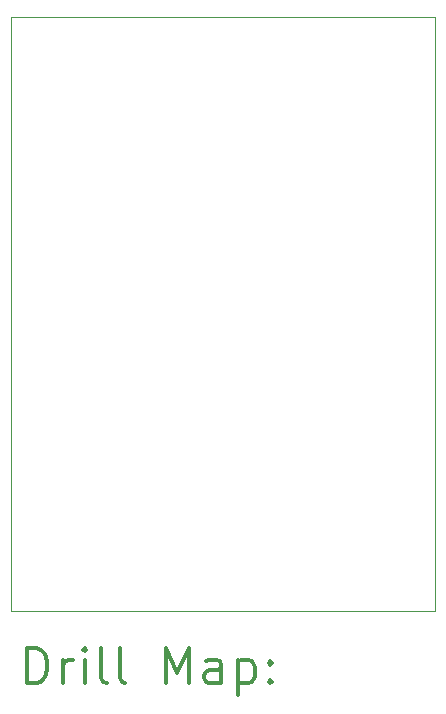
<source format=gbr>
%FSLAX45Y45*%
G04 Gerber Fmt 4.5, Leading zero omitted, Abs format (unit mm)*
G04 Created by KiCad (PCBNEW (5.1.5)-3) date 2020-05-12 20:02:41*
%MOMM*%
%LPD*%
G04 APERTURE LIST*
%TA.AperFunction,Profile*%
%ADD10C,0.050000*%
%TD*%
%ADD11C,0.200000*%
%ADD12C,0.300000*%
G04 APERTURE END LIST*
D10*
X7302500Y-8483600D02*
X7302500Y-8362950D01*
X3708400Y-8483600D02*
X3708400Y-3454400D01*
X3708400Y-8483600D02*
X7302500Y-8483600D01*
X7302500Y-3454400D02*
X7302500Y-8362950D01*
X3708400Y-3454400D02*
X7302500Y-3454400D01*
D11*
D12*
X3846428Y-9097714D02*
X3846428Y-8797714D01*
X3917857Y-8797714D01*
X3960714Y-8812000D01*
X3989286Y-8840571D01*
X4003571Y-8869143D01*
X4017857Y-8926286D01*
X4017857Y-8969143D01*
X4003571Y-9026286D01*
X3989286Y-9054857D01*
X3960714Y-9083429D01*
X3917857Y-9097714D01*
X3846428Y-9097714D01*
X4146428Y-9097714D02*
X4146428Y-8897714D01*
X4146428Y-8954857D02*
X4160714Y-8926286D01*
X4175000Y-8912000D01*
X4203571Y-8897714D01*
X4232143Y-8897714D01*
X4332143Y-9097714D02*
X4332143Y-8897714D01*
X4332143Y-8797714D02*
X4317857Y-8812000D01*
X4332143Y-8826286D01*
X4346429Y-8812000D01*
X4332143Y-8797714D01*
X4332143Y-8826286D01*
X4517857Y-9097714D02*
X4489286Y-9083429D01*
X4475000Y-9054857D01*
X4475000Y-8797714D01*
X4675000Y-9097714D02*
X4646429Y-9083429D01*
X4632143Y-9054857D01*
X4632143Y-8797714D01*
X5017857Y-9097714D02*
X5017857Y-8797714D01*
X5117857Y-9012000D01*
X5217857Y-8797714D01*
X5217857Y-9097714D01*
X5489286Y-9097714D02*
X5489286Y-8940571D01*
X5475000Y-8912000D01*
X5446429Y-8897714D01*
X5389286Y-8897714D01*
X5360714Y-8912000D01*
X5489286Y-9083429D02*
X5460714Y-9097714D01*
X5389286Y-9097714D01*
X5360714Y-9083429D01*
X5346429Y-9054857D01*
X5346429Y-9026286D01*
X5360714Y-8997714D01*
X5389286Y-8983429D01*
X5460714Y-8983429D01*
X5489286Y-8969143D01*
X5632143Y-8897714D02*
X5632143Y-9197714D01*
X5632143Y-8912000D02*
X5660714Y-8897714D01*
X5717857Y-8897714D01*
X5746428Y-8912000D01*
X5760714Y-8926286D01*
X5775000Y-8954857D01*
X5775000Y-9040571D01*
X5760714Y-9069143D01*
X5746428Y-9083429D01*
X5717857Y-9097714D01*
X5660714Y-9097714D01*
X5632143Y-9083429D01*
X5903571Y-9069143D02*
X5917857Y-9083429D01*
X5903571Y-9097714D01*
X5889286Y-9083429D01*
X5903571Y-9069143D01*
X5903571Y-9097714D01*
X5903571Y-8912000D02*
X5917857Y-8926286D01*
X5903571Y-8940571D01*
X5889286Y-8926286D01*
X5903571Y-8912000D01*
X5903571Y-8940571D01*
M02*

</source>
